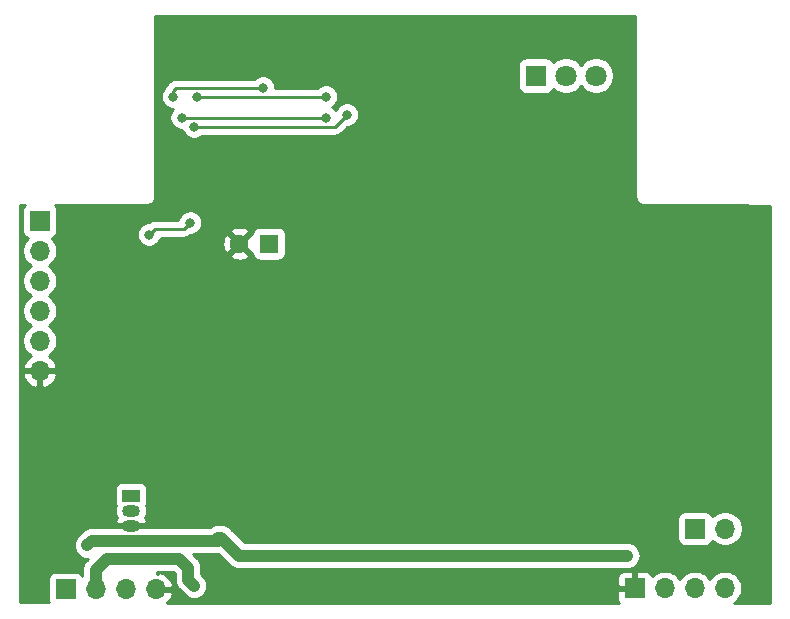
<source format=gbr>
%TF.GenerationSoftware,KiCad,Pcbnew,5.1.9+dfsg1-1*%
%TF.CreationDate,2021-05-25T15:38:03+02:00*%
%TF.ProjectId,vscp-din-wireless-esp8266,76736370-2d64-4696-9e2d-776972656c65,rev?*%
%TF.SameCoordinates,Original*%
%TF.FileFunction,Copper,L2,Bot*%
%TF.FilePolarity,Positive*%
%FSLAX46Y46*%
G04 Gerber Fmt 4.6, Leading zero omitted, Abs format (unit mm)*
G04 Created by KiCad (PCBNEW 5.1.9+dfsg1-1) date 2021-05-25 15:38:03*
%MOMM*%
%LPD*%
G01*
G04 APERTURE LIST*
%TA.AperFunction,ComponentPad*%
%ADD10R,1.500000X1.050000*%
%TD*%
%TA.AperFunction,ComponentPad*%
%ADD11O,1.500000X1.050000*%
%TD*%
%TA.AperFunction,ComponentPad*%
%ADD12O,1.700000X1.700000*%
%TD*%
%TA.AperFunction,ComponentPad*%
%ADD13R,1.700000X1.700000*%
%TD*%
%TA.AperFunction,ComponentPad*%
%ADD14C,1.800000*%
%TD*%
%TA.AperFunction,ComponentPad*%
%ADD15R,1.800000X1.800000*%
%TD*%
%TA.AperFunction,ComponentPad*%
%ADD16C,1.600000*%
%TD*%
%TA.AperFunction,ComponentPad*%
%ADD17R,1.600000X1.600000*%
%TD*%
%TA.AperFunction,ViaPad*%
%ADD18C,0.800000*%
%TD*%
%TA.AperFunction,Conductor*%
%ADD19C,1.000000*%
%TD*%
%TA.AperFunction,Conductor*%
%ADD20C,0.250000*%
%TD*%
%TA.AperFunction,Conductor*%
%ADD21C,0.254000*%
%TD*%
%TA.AperFunction,Conductor*%
%ADD22C,0.100000*%
%TD*%
G04 APERTURE END LIST*
D10*
%TO.P,Q1,1*%
%TO.N,/RXD*%
X125730000Y-89662000D03*
D11*
%TO.P,Q1,3*%
%TO.N,GND*%
X125730000Y-92202000D03*
%TO.P,Q1,2*%
%TO.N,Net-(J1-Pad3)*%
X125730000Y-90932000D03*
%TD*%
D12*
%TO.P,J4,2*%
%TO.N,VCC*%
X176022000Y-92456000D03*
D13*
%TO.P,J4,1*%
%TO.N,VDD*%
X173482000Y-92456000D03*
%TD*%
D14*
%TO.P,D1,3*%
%TO.N,/ledb*%
X165100000Y-54102000D03*
%TO.P,D1,2*%
%TO.N,Net-(D1-Pad2)*%
X162560000Y-54102000D03*
D15*
%TO.P,D1,1*%
%TO.N,/leda*%
X160020000Y-54102000D03*
%TD*%
D16*
%TO.P,C2,2*%
%TO.N,GND*%
X134914000Y-68326000D03*
D17*
%TO.P,C2,1*%
%TO.N,VCC*%
X137414000Y-68326000D03*
%TD*%
D13*
%TO.P,J1,1*%
%TO.N,VDD*%
X120200000Y-97600000D03*
D12*
%TO.P,J1,2*%
%TO.N,Net-(J1-Pad2)*%
X122740000Y-97600000D03*
%TO.P,J1,3*%
%TO.N,Net-(J1-Pad3)*%
X125280000Y-97600000D03*
%TO.P,J1,4*%
%TO.N,GND*%
X127820000Y-97600000D03*
%TD*%
D13*
%TO.P,J2,1*%
%TO.N,GND*%
X168380000Y-97500000D03*
D12*
%TO.P,J2,2*%
%TO.N,VCC*%
X170920000Y-97500000D03*
%TO.P,J2,3*%
%TO.N,Net-(J2-Pad3)*%
X173460000Y-97500000D03*
%TO.P,J2,4*%
%TO.N,Net-(J2-Pad4)*%
X176000000Y-97500000D03*
%TD*%
D13*
%TO.P,J3,1*%
%TO.N,/FLASH*%
X118010600Y-66395000D03*
D12*
%TO.P,J3,2*%
%TO.N,/TXD*%
X118010600Y-68935000D03*
%TO.P,J3,3*%
%TO.N,/RXD*%
X118010600Y-71475000D03*
%TO.P,J3,4*%
%TO.N,/RESET*%
X118010600Y-74015000D03*
%TO.P,J3,5*%
%TO.N,VCC*%
X118010600Y-76555000D03*
%TO.P,J3,6*%
%TO.N,GND*%
X118010600Y-79095000D03*
%TD*%
D18*
%TO.N,GND*%
X137414000Y-51816000D03*
X144526000Y-59436000D03*
X125222000Y-71374000D03*
X149352000Y-54864000D03*
X167640000Y-57658000D03*
X149606000Y-50292000D03*
X136652000Y-59690000D03*
X125222000Y-67564000D03*
X127254000Y-66040000D03*
X177038000Y-66548000D03*
X178816000Y-94742000D03*
X117856000Y-94996000D03*
%TO.N,VDD*%
X167728500Y-94742000D03*
X133096000Y-93218000D03*
X122023500Y-93876500D03*
%TO.N,Net-(J1-Pad2)*%
X131064000Y-97282000D03*
%TO.N,/TXD*%
X131318000Y-55880000D03*
X142240000Y-55880000D03*
%TO.N,/RXD*%
X142240000Y-57658000D03*
X130011000Y-57658000D03*
%TO.N,Net-(R4-Pad2)*%
X136906000Y-55118000D03*
X129286000Y-55880000D03*
%TO.N,Net-(R5-Pad2)*%
X127254000Y-67564000D03*
X130736000Y-66548000D03*
X131064000Y-58420000D03*
X144018000Y-57404000D03*
%TD*%
D19*
%TO.N,VDD*%
X167728500Y-94742000D02*
X134874000Y-94742000D01*
X133350000Y-93218000D02*
X133096000Y-93218000D01*
X134874000Y-94742000D02*
X133350000Y-93218000D01*
X122023500Y-93876500D02*
X122428000Y-93472000D01*
X133096000Y-93472000D02*
X133350000Y-93218000D01*
X122428000Y-93472000D02*
X133096000Y-93472000D01*
%TO.N,Net-(J1-Pad2)*%
X131064000Y-97282000D02*
X130556000Y-96774000D01*
X130556000Y-96774000D02*
X130556000Y-95758000D01*
X130556000Y-95758000D02*
X129794000Y-94996000D01*
X129794000Y-94996000D02*
X123698000Y-94996000D01*
X122740000Y-95954000D02*
X122740000Y-97600000D01*
X123698000Y-94996000D02*
X122740000Y-95954000D01*
D20*
%TO.N,/TXD*%
X131318000Y-55880000D02*
X142240000Y-55880000D01*
%TO.N,/RXD*%
X142240000Y-57658000D02*
X130048000Y-57658000D01*
X130048000Y-57658000D02*
X130011000Y-57658000D01*
%TO.N,Net-(R4-Pad2)*%
X136906000Y-55118000D02*
X129540000Y-55118000D01*
X129286000Y-55372000D02*
X129286000Y-55880000D01*
X129540000Y-55118000D02*
X129286000Y-55372000D01*
%TO.N,Net-(R5-Pad2)*%
X127254000Y-67564000D02*
X127762000Y-67056000D01*
X130228000Y-67056000D02*
X130736000Y-66548000D01*
X127762000Y-67056000D02*
X130228000Y-67056000D01*
X143002000Y-58420000D02*
X144018000Y-57404000D01*
X131064000Y-58420000D02*
X143002000Y-58420000D01*
%TD*%
D21*
%TO.N,GND*%
X168440000Y-64367581D02*
X168436807Y-64400000D01*
X168449550Y-64529383D01*
X168487290Y-64653793D01*
X168548575Y-64768450D01*
X168631052Y-64868948D01*
X168731550Y-64951425D01*
X168846207Y-65012710D01*
X168970617Y-65050450D01*
X169100000Y-65063193D01*
X169132419Y-65060000D01*
X176243572Y-65060000D01*
X179840001Y-65139921D01*
X179840000Y-98740000D01*
X176817138Y-98740000D01*
X176946632Y-98653475D01*
X177153475Y-98446632D01*
X177315990Y-98203411D01*
X177427932Y-97933158D01*
X177485000Y-97646260D01*
X177485000Y-97353740D01*
X177427932Y-97066842D01*
X177315990Y-96796589D01*
X177153475Y-96553368D01*
X176946632Y-96346525D01*
X176703411Y-96184010D01*
X176433158Y-96072068D01*
X176146260Y-96015000D01*
X175853740Y-96015000D01*
X175566842Y-96072068D01*
X175296589Y-96184010D01*
X175053368Y-96346525D01*
X174846525Y-96553368D01*
X174730000Y-96727760D01*
X174613475Y-96553368D01*
X174406632Y-96346525D01*
X174163411Y-96184010D01*
X173893158Y-96072068D01*
X173606260Y-96015000D01*
X173313740Y-96015000D01*
X173026842Y-96072068D01*
X172756589Y-96184010D01*
X172513368Y-96346525D01*
X172306525Y-96553368D01*
X172190000Y-96727760D01*
X172073475Y-96553368D01*
X171866632Y-96346525D01*
X171623411Y-96184010D01*
X171353158Y-96072068D01*
X171066260Y-96015000D01*
X170773740Y-96015000D01*
X170486842Y-96072068D01*
X170216589Y-96184010D01*
X169973368Y-96346525D01*
X169841513Y-96478380D01*
X169819502Y-96405820D01*
X169760537Y-96295506D01*
X169681185Y-96198815D01*
X169584494Y-96119463D01*
X169474180Y-96060498D01*
X169354482Y-96024188D01*
X169230000Y-96011928D01*
X168665750Y-96015000D01*
X168507000Y-96173750D01*
X168507000Y-97373000D01*
X168527000Y-97373000D01*
X168527000Y-97627000D01*
X168507000Y-97627000D01*
X168507000Y-97647000D01*
X168253000Y-97647000D01*
X168253000Y-97627000D01*
X167053750Y-97627000D01*
X166895000Y-97785750D01*
X166891928Y-98350000D01*
X166904188Y-98474482D01*
X166940498Y-98594180D01*
X166999463Y-98704494D01*
X167028602Y-98740000D01*
X128763408Y-98740000D01*
X128820269Y-98697588D01*
X129015178Y-98481355D01*
X129164157Y-98231252D01*
X129261481Y-97956891D01*
X129140814Y-97727000D01*
X127947000Y-97727000D01*
X127947000Y-97747000D01*
X127693000Y-97747000D01*
X127693000Y-97727000D01*
X127673000Y-97727000D01*
X127673000Y-97473000D01*
X127693000Y-97473000D01*
X127693000Y-97453000D01*
X127947000Y-97453000D01*
X127947000Y-97473000D01*
X129140814Y-97473000D01*
X129261481Y-97243109D01*
X129164157Y-96968748D01*
X129015178Y-96718645D01*
X128820269Y-96502412D01*
X128586920Y-96328359D01*
X128324099Y-96203175D01*
X128176890Y-96158524D01*
X127947002Y-96279844D01*
X127947002Y-96131000D01*
X129323869Y-96131000D01*
X129421000Y-96228132D01*
X129421000Y-96718249D01*
X129415509Y-96774000D01*
X129421000Y-96829751D01*
X129437423Y-96996498D01*
X129502324Y-97210446D01*
X129607716Y-97407623D01*
X129749551Y-97580449D01*
X129792865Y-97615996D01*
X130300857Y-98123988D01*
X130430377Y-98230283D01*
X130627552Y-98335675D01*
X130841500Y-98400576D01*
X131063999Y-98422490D01*
X131286498Y-98400576D01*
X131500446Y-98335675D01*
X131697622Y-98230283D01*
X131870448Y-98088448D01*
X132012283Y-97915622D01*
X132117675Y-97718446D01*
X132182576Y-97504498D01*
X132204490Y-97281999D01*
X132182576Y-97059500D01*
X132117675Y-96845552D01*
X132013151Y-96650000D01*
X166891928Y-96650000D01*
X166895000Y-97214250D01*
X167053750Y-97373000D01*
X168253000Y-97373000D01*
X168253000Y-96173750D01*
X168094250Y-96015000D01*
X167530000Y-96011928D01*
X167405518Y-96024188D01*
X167285820Y-96060498D01*
X167175506Y-96119463D01*
X167078815Y-96198815D01*
X166999463Y-96295506D01*
X166940498Y-96405820D01*
X166904188Y-96525518D01*
X166891928Y-96650000D01*
X132013151Y-96650000D01*
X132012283Y-96648377D01*
X131905988Y-96518857D01*
X131691000Y-96303869D01*
X131691000Y-95813752D01*
X131696491Y-95758000D01*
X131674577Y-95535501D01*
X131609676Y-95321553D01*
X131504284Y-95124377D01*
X131397989Y-94994857D01*
X131362449Y-94951551D01*
X131319140Y-94916008D01*
X131010132Y-94607000D01*
X133040249Y-94607000D01*
X133096000Y-94612491D01*
X133135472Y-94608603D01*
X134032009Y-95505140D01*
X134067551Y-95548449D01*
X134240377Y-95690284D01*
X134437553Y-95795676D01*
X134651501Y-95860577D01*
X134818248Y-95877000D01*
X134818257Y-95877000D01*
X134873999Y-95882490D01*
X134929741Y-95877000D01*
X167784252Y-95877000D01*
X167950999Y-95860577D01*
X168164947Y-95795676D01*
X168362123Y-95690284D01*
X168534949Y-95548449D01*
X168676784Y-95375623D01*
X168782176Y-95178447D01*
X168847077Y-94964499D01*
X168868991Y-94742000D01*
X168847077Y-94519501D01*
X168782176Y-94305553D01*
X168676784Y-94108377D01*
X168534949Y-93935551D01*
X168362123Y-93793716D01*
X168164947Y-93688324D01*
X167950999Y-93623423D01*
X167784252Y-93607000D01*
X135344132Y-93607000D01*
X134191996Y-92454865D01*
X134156449Y-92411551D01*
X133983623Y-92269716D01*
X133786447Y-92164324D01*
X133572499Y-92099423D01*
X133405752Y-92083000D01*
X133405751Y-92083000D01*
X133350000Y-92077509D01*
X133294249Y-92083000D01*
X133040248Y-92083000D01*
X132873501Y-92099423D01*
X132659553Y-92164324D01*
X132462377Y-92269716D01*
X132380391Y-92337000D01*
X126953791Y-92337000D01*
X126948163Y-92329000D01*
X125857000Y-92329000D01*
X125857000Y-92337000D01*
X125603000Y-92337000D01*
X125603000Y-92329000D01*
X124511837Y-92329000D01*
X124506209Y-92337000D01*
X122483741Y-92337000D01*
X122427999Y-92331510D01*
X122372257Y-92337000D01*
X122372248Y-92337000D01*
X122205501Y-92353423D01*
X121991553Y-92418324D01*
X121794377Y-92523716D01*
X121621551Y-92665551D01*
X121586004Y-92708865D01*
X121181512Y-93113357D01*
X121075217Y-93242878D01*
X120969824Y-93440054D01*
X120904923Y-93654002D01*
X120883009Y-93876500D01*
X120904923Y-94098998D01*
X120969824Y-94312946D01*
X121075217Y-94510122D01*
X121217052Y-94682948D01*
X121389878Y-94824783D01*
X121587054Y-94930176D01*
X121801002Y-94995077D01*
X122023500Y-95016991D01*
X122077163Y-95011706D01*
X121976864Y-95112005D01*
X121933551Y-95147551D01*
X121791716Y-95320377D01*
X121686325Y-95517553D01*
X121686324Y-95517554D01*
X121621423Y-95731502D01*
X121599509Y-95954000D01*
X121605000Y-96009751D01*
X121605000Y-96441272D01*
X121580537Y-96395506D01*
X121501185Y-96298815D01*
X121404494Y-96219463D01*
X121294180Y-96160498D01*
X121174482Y-96124188D01*
X121050000Y-96111928D01*
X119350000Y-96111928D01*
X119225518Y-96124188D01*
X119105820Y-96160498D01*
X118995506Y-96219463D01*
X118898815Y-96298815D01*
X118819463Y-96395506D01*
X118760498Y-96505820D01*
X118724188Y-96625518D01*
X118711928Y-96750000D01*
X118711928Y-98450000D01*
X118724188Y-98574482D01*
X118760498Y-98694180D01*
X118763776Y-98700312D01*
X116360000Y-98681234D01*
X116360000Y-90932000D01*
X124339388Y-90932000D01*
X124361785Y-91159400D01*
X124428115Y-91378060D01*
X124528929Y-91566669D01*
X124487725Y-91625118D01*
X124394728Y-91834663D01*
X124386036Y-91896190D01*
X124511837Y-92075000D01*
X125276891Y-92075000D01*
X125277600Y-92075215D01*
X125448021Y-92092000D01*
X126011979Y-92092000D01*
X126182400Y-92075215D01*
X126183109Y-92075000D01*
X126948163Y-92075000D01*
X127073964Y-91896190D01*
X127065272Y-91834663D01*
X126972275Y-91625118D01*
X126958798Y-91606000D01*
X171993928Y-91606000D01*
X171993928Y-93306000D01*
X172006188Y-93430482D01*
X172042498Y-93550180D01*
X172101463Y-93660494D01*
X172180815Y-93757185D01*
X172277506Y-93836537D01*
X172387820Y-93895502D01*
X172507518Y-93931812D01*
X172632000Y-93944072D01*
X174332000Y-93944072D01*
X174456482Y-93931812D01*
X174576180Y-93895502D01*
X174686494Y-93836537D01*
X174783185Y-93757185D01*
X174862537Y-93660494D01*
X174921502Y-93550180D01*
X174943513Y-93477620D01*
X175075368Y-93609475D01*
X175318589Y-93771990D01*
X175588842Y-93883932D01*
X175875740Y-93941000D01*
X176168260Y-93941000D01*
X176455158Y-93883932D01*
X176725411Y-93771990D01*
X176968632Y-93609475D01*
X177175475Y-93402632D01*
X177337990Y-93159411D01*
X177449932Y-92889158D01*
X177507000Y-92602260D01*
X177507000Y-92309740D01*
X177449932Y-92022842D01*
X177337990Y-91752589D01*
X177175475Y-91509368D01*
X176968632Y-91302525D01*
X176725411Y-91140010D01*
X176455158Y-91028068D01*
X176168260Y-90971000D01*
X175875740Y-90971000D01*
X175588842Y-91028068D01*
X175318589Y-91140010D01*
X175075368Y-91302525D01*
X174943513Y-91434380D01*
X174921502Y-91361820D01*
X174862537Y-91251506D01*
X174783185Y-91154815D01*
X174686494Y-91075463D01*
X174576180Y-91016498D01*
X174456482Y-90980188D01*
X174332000Y-90967928D01*
X172632000Y-90967928D01*
X172507518Y-90980188D01*
X172387820Y-91016498D01*
X172277506Y-91075463D01*
X172180815Y-91154815D01*
X172101463Y-91251506D01*
X172042498Y-91361820D01*
X172006188Y-91481518D01*
X171993928Y-91606000D01*
X126958798Y-91606000D01*
X126931071Y-91566669D01*
X127031885Y-91378060D01*
X127098215Y-91159400D01*
X127120612Y-90932000D01*
X127098215Y-90704600D01*
X127034907Y-90495902D01*
X127069502Y-90431180D01*
X127105812Y-90311482D01*
X127118072Y-90187000D01*
X127118072Y-89137000D01*
X127105812Y-89012518D01*
X127069502Y-88892820D01*
X127010537Y-88782506D01*
X126931185Y-88685815D01*
X126834494Y-88606463D01*
X126724180Y-88547498D01*
X126604482Y-88511188D01*
X126480000Y-88498928D01*
X124980000Y-88498928D01*
X124855518Y-88511188D01*
X124735820Y-88547498D01*
X124625506Y-88606463D01*
X124528815Y-88685815D01*
X124449463Y-88782506D01*
X124390498Y-88892820D01*
X124354188Y-89012518D01*
X124341928Y-89137000D01*
X124341928Y-90187000D01*
X124354188Y-90311482D01*
X124390498Y-90431180D01*
X124425093Y-90495902D01*
X124361785Y-90704600D01*
X124339388Y-90932000D01*
X116360000Y-90932000D01*
X116360000Y-79451890D01*
X116569124Y-79451890D01*
X116613775Y-79599099D01*
X116738959Y-79861920D01*
X116913012Y-80095269D01*
X117129245Y-80290178D01*
X117379348Y-80439157D01*
X117653709Y-80536481D01*
X117883600Y-80415814D01*
X117883600Y-79222000D01*
X118137600Y-79222000D01*
X118137600Y-80415814D01*
X118367491Y-80536481D01*
X118641852Y-80439157D01*
X118891955Y-80290178D01*
X119108188Y-80095269D01*
X119282241Y-79861920D01*
X119407425Y-79599099D01*
X119452076Y-79451890D01*
X119330755Y-79222000D01*
X118137600Y-79222000D01*
X117883600Y-79222000D01*
X116690445Y-79222000D01*
X116569124Y-79451890D01*
X116360000Y-79451890D01*
X116360000Y-65060000D01*
X116750619Y-65060000D01*
X116709415Y-65093815D01*
X116630063Y-65190506D01*
X116571098Y-65300820D01*
X116534788Y-65420518D01*
X116522528Y-65545000D01*
X116522528Y-67245000D01*
X116534788Y-67369482D01*
X116571098Y-67489180D01*
X116630063Y-67599494D01*
X116709415Y-67696185D01*
X116806106Y-67775537D01*
X116916420Y-67834502D01*
X116988980Y-67856513D01*
X116857125Y-67988368D01*
X116694610Y-68231589D01*
X116582668Y-68501842D01*
X116525600Y-68788740D01*
X116525600Y-69081260D01*
X116582668Y-69368158D01*
X116694610Y-69638411D01*
X116857125Y-69881632D01*
X117063968Y-70088475D01*
X117238360Y-70205000D01*
X117063968Y-70321525D01*
X116857125Y-70528368D01*
X116694610Y-70771589D01*
X116582668Y-71041842D01*
X116525600Y-71328740D01*
X116525600Y-71621260D01*
X116582668Y-71908158D01*
X116694610Y-72178411D01*
X116857125Y-72421632D01*
X117063968Y-72628475D01*
X117238360Y-72745000D01*
X117063968Y-72861525D01*
X116857125Y-73068368D01*
X116694610Y-73311589D01*
X116582668Y-73581842D01*
X116525600Y-73868740D01*
X116525600Y-74161260D01*
X116582668Y-74448158D01*
X116694610Y-74718411D01*
X116857125Y-74961632D01*
X117063968Y-75168475D01*
X117238360Y-75285000D01*
X117063968Y-75401525D01*
X116857125Y-75608368D01*
X116694610Y-75851589D01*
X116582668Y-76121842D01*
X116525600Y-76408740D01*
X116525600Y-76701260D01*
X116582668Y-76988158D01*
X116694610Y-77258411D01*
X116857125Y-77501632D01*
X117063968Y-77708475D01*
X117246134Y-77830195D01*
X117129245Y-77899822D01*
X116913012Y-78094731D01*
X116738959Y-78328080D01*
X116613775Y-78590901D01*
X116569124Y-78738110D01*
X116690445Y-78968000D01*
X117883600Y-78968000D01*
X117883600Y-78948000D01*
X118137600Y-78948000D01*
X118137600Y-78968000D01*
X119330755Y-78968000D01*
X119452076Y-78738110D01*
X119407425Y-78590901D01*
X119282241Y-78328080D01*
X119108188Y-78094731D01*
X118891955Y-77899822D01*
X118775066Y-77830195D01*
X118957232Y-77708475D01*
X119164075Y-77501632D01*
X119326590Y-77258411D01*
X119438532Y-76988158D01*
X119495600Y-76701260D01*
X119495600Y-76408740D01*
X119438532Y-76121842D01*
X119326590Y-75851589D01*
X119164075Y-75608368D01*
X118957232Y-75401525D01*
X118782840Y-75285000D01*
X118957232Y-75168475D01*
X119164075Y-74961632D01*
X119326590Y-74718411D01*
X119438532Y-74448158D01*
X119495600Y-74161260D01*
X119495600Y-73868740D01*
X119438532Y-73581842D01*
X119326590Y-73311589D01*
X119164075Y-73068368D01*
X118957232Y-72861525D01*
X118782840Y-72745000D01*
X118957232Y-72628475D01*
X119164075Y-72421632D01*
X119326590Y-72178411D01*
X119438532Y-71908158D01*
X119495600Y-71621260D01*
X119495600Y-71328740D01*
X119438532Y-71041842D01*
X119326590Y-70771589D01*
X119164075Y-70528368D01*
X118957232Y-70321525D01*
X118782840Y-70205000D01*
X118957232Y-70088475D01*
X119164075Y-69881632D01*
X119326590Y-69638411D01*
X119438532Y-69368158D01*
X119448369Y-69318702D01*
X134100903Y-69318702D01*
X134172486Y-69562671D01*
X134427996Y-69683571D01*
X134702184Y-69752300D01*
X134984512Y-69766217D01*
X135264130Y-69724787D01*
X135530292Y-69629603D01*
X135655514Y-69562671D01*
X135727097Y-69318702D01*
X134914000Y-68505605D01*
X134100903Y-69318702D01*
X119448369Y-69318702D01*
X119495600Y-69081260D01*
X119495600Y-68788740D01*
X119438532Y-68501842D01*
X119326590Y-68231589D01*
X119164075Y-67988368D01*
X119032220Y-67856513D01*
X119104780Y-67834502D01*
X119215094Y-67775537D01*
X119311785Y-67696185D01*
X119391137Y-67599494D01*
X119450102Y-67489180D01*
X119458328Y-67462061D01*
X126219000Y-67462061D01*
X126219000Y-67665939D01*
X126258774Y-67865898D01*
X126336795Y-68054256D01*
X126450063Y-68223774D01*
X126594226Y-68367937D01*
X126763744Y-68481205D01*
X126952102Y-68559226D01*
X127152061Y-68599000D01*
X127355939Y-68599000D01*
X127555898Y-68559226D01*
X127744256Y-68481205D01*
X127871008Y-68396512D01*
X133473783Y-68396512D01*
X133515213Y-68676130D01*
X133610397Y-68942292D01*
X133677329Y-69067514D01*
X133921298Y-69139097D01*
X134734395Y-68326000D01*
X135093605Y-68326000D01*
X135906702Y-69139097D01*
X135975928Y-69118785D01*
X135975928Y-69126000D01*
X135988188Y-69250482D01*
X136024498Y-69370180D01*
X136083463Y-69480494D01*
X136162815Y-69577185D01*
X136259506Y-69656537D01*
X136369820Y-69715502D01*
X136489518Y-69751812D01*
X136614000Y-69764072D01*
X138214000Y-69764072D01*
X138338482Y-69751812D01*
X138458180Y-69715502D01*
X138568494Y-69656537D01*
X138665185Y-69577185D01*
X138744537Y-69480494D01*
X138803502Y-69370180D01*
X138839812Y-69250482D01*
X138852072Y-69126000D01*
X138852072Y-67526000D01*
X138839812Y-67401518D01*
X138803502Y-67281820D01*
X138744537Y-67171506D01*
X138665185Y-67074815D01*
X138568494Y-66995463D01*
X138458180Y-66936498D01*
X138338482Y-66900188D01*
X138214000Y-66887928D01*
X136614000Y-66887928D01*
X136489518Y-66900188D01*
X136369820Y-66936498D01*
X136259506Y-66995463D01*
X136162815Y-67074815D01*
X136083463Y-67171506D01*
X136024498Y-67281820D01*
X135988188Y-67401518D01*
X135975928Y-67526000D01*
X135975928Y-67533215D01*
X135906702Y-67512903D01*
X135093605Y-68326000D01*
X134734395Y-68326000D01*
X133921298Y-67512903D01*
X133677329Y-67584486D01*
X133556429Y-67839996D01*
X133487700Y-68114184D01*
X133473783Y-68396512D01*
X127871008Y-68396512D01*
X127913774Y-68367937D01*
X128057937Y-68223774D01*
X128171205Y-68054256D01*
X128249226Y-67865898D01*
X128259151Y-67816000D01*
X130190678Y-67816000D01*
X130228000Y-67819676D01*
X130265322Y-67816000D01*
X130265333Y-67816000D01*
X130376986Y-67805003D01*
X130520247Y-67761546D01*
X130652276Y-67690974D01*
X130768001Y-67596001D01*
X130778671Y-67583000D01*
X130837939Y-67583000D01*
X131037898Y-67543226D01*
X131226256Y-67465205D01*
X131395774Y-67351937D01*
X131414413Y-67333298D01*
X134100903Y-67333298D01*
X134914000Y-68146395D01*
X135727097Y-67333298D01*
X135655514Y-67089329D01*
X135400004Y-66968429D01*
X135125816Y-66899700D01*
X134843488Y-66885783D01*
X134563870Y-66927213D01*
X134297708Y-67022397D01*
X134172486Y-67089329D01*
X134100903Y-67333298D01*
X131414413Y-67333298D01*
X131539937Y-67207774D01*
X131653205Y-67038256D01*
X131731226Y-66849898D01*
X131771000Y-66649939D01*
X131771000Y-66446061D01*
X131731226Y-66246102D01*
X131653205Y-66057744D01*
X131539937Y-65888226D01*
X131395774Y-65744063D01*
X131226256Y-65630795D01*
X131037898Y-65552774D01*
X130837939Y-65513000D01*
X130634061Y-65513000D01*
X130434102Y-65552774D01*
X130245744Y-65630795D01*
X130076226Y-65744063D01*
X129932063Y-65888226D01*
X129818795Y-66057744D01*
X129740774Y-66246102D01*
X129730849Y-66296000D01*
X127799322Y-66296000D01*
X127761999Y-66292324D01*
X127724676Y-66296000D01*
X127724667Y-66296000D01*
X127613014Y-66306997D01*
X127469753Y-66350454D01*
X127337724Y-66421026D01*
X127221999Y-66515999D01*
X127211329Y-66529000D01*
X127152061Y-66529000D01*
X126952102Y-66568774D01*
X126763744Y-66646795D01*
X126594226Y-66760063D01*
X126450063Y-66904226D01*
X126336795Y-67073744D01*
X126258774Y-67262102D01*
X126219000Y-67462061D01*
X119458328Y-67462061D01*
X119486412Y-67369482D01*
X119498672Y-67245000D01*
X119498672Y-65545000D01*
X119486412Y-65420518D01*
X119450102Y-65300820D01*
X119391137Y-65190506D01*
X119311785Y-65093815D01*
X119270581Y-65060000D01*
X127067581Y-65060000D01*
X127100000Y-65063193D01*
X127132419Y-65060000D01*
X127229383Y-65050450D01*
X127353793Y-65012710D01*
X127468450Y-64951425D01*
X127540650Y-64892171D01*
X127556601Y-64887333D01*
X127578557Y-64875597D01*
X127597803Y-64859803D01*
X127613597Y-64840557D01*
X127625333Y-64818601D01*
X127632560Y-64794776D01*
X127632934Y-64790982D01*
X127651425Y-64768450D01*
X127712710Y-64653793D01*
X127750450Y-64529383D01*
X127763193Y-64400000D01*
X127760000Y-64367581D01*
X127760000Y-55778061D01*
X128251000Y-55778061D01*
X128251000Y-55981939D01*
X128290774Y-56181898D01*
X128368795Y-56370256D01*
X128482063Y-56539774D01*
X128626226Y-56683937D01*
X128795744Y-56797205D01*
X128984102Y-56875226D01*
X129184061Y-56915000D01*
X129290289Y-56915000D01*
X129207063Y-56998226D01*
X129093795Y-57167744D01*
X129015774Y-57356102D01*
X128976000Y-57556061D01*
X128976000Y-57759939D01*
X129015774Y-57959898D01*
X129093795Y-58148256D01*
X129207063Y-58317774D01*
X129351226Y-58461937D01*
X129520744Y-58575205D01*
X129709102Y-58653226D01*
X129909061Y-58693000D01*
X130063026Y-58693000D01*
X130068774Y-58721898D01*
X130146795Y-58910256D01*
X130260063Y-59079774D01*
X130404226Y-59223937D01*
X130573744Y-59337205D01*
X130762102Y-59415226D01*
X130962061Y-59455000D01*
X131165939Y-59455000D01*
X131365898Y-59415226D01*
X131554256Y-59337205D01*
X131723774Y-59223937D01*
X131767711Y-59180000D01*
X142964678Y-59180000D01*
X143002000Y-59183676D01*
X143039322Y-59180000D01*
X143039333Y-59180000D01*
X143150986Y-59169003D01*
X143294247Y-59125546D01*
X143426276Y-59054974D01*
X143542001Y-58960001D01*
X143565804Y-58930998D01*
X144057802Y-58439000D01*
X144119939Y-58439000D01*
X144319898Y-58399226D01*
X144508256Y-58321205D01*
X144677774Y-58207937D01*
X144821937Y-58063774D01*
X144935205Y-57894256D01*
X145013226Y-57705898D01*
X145053000Y-57505939D01*
X145053000Y-57302061D01*
X145013226Y-57102102D01*
X144935205Y-56913744D01*
X144821937Y-56744226D01*
X144677774Y-56600063D01*
X144508256Y-56486795D01*
X144319898Y-56408774D01*
X144119939Y-56369000D01*
X143916061Y-56369000D01*
X143716102Y-56408774D01*
X143527744Y-56486795D01*
X143358226Y-56600063D01*
X143214063Y-56744226D01*
X143100795Y-56913744D01*
X143057434Y-57018426D01*
X143043937Y-56998226D01*
X142899774Y-56854063D01*
X142772468Y-56769000D01*
X142899774Y-56683937D01*
X143043937Y-56539774D01*
X143157205Y-56370256D01*
X143235226Y-56181898D01*
X143275000Y-55981939D01*
X143275000Y-55778061D01*
X143235226Y-55578102D01*
X143157205Y-55389744D01*
X143043937Y-55220226D01*
X142899774Y-55076063D01*
X142730256Y-54962795D01*
X142541898Y-54884774D01*
X142341939Y-54845000D01*
X142138061Y-54845000D01*
X141938102Y-54884774D01*
X141749744Y-54962795D01*
X141580226Y-55076063D01*
X141536289Y-55120000D01*
X137941000Y-55120000D01*
X137941000Y-55016061D01*
X137901226Y-54816102D01*
X137823205Y-54627744D01*
X137709937Y-54458226D01*
X137565774Y-54314063D01*
X137396256Y-54200795D01*
X137207898Y-54122774D01*
X137007939Y-54083000D01*
X136804061Y-54083000D01*
X136604102Y-54122774D01*
X136415744Y-54200795D01*
X136246226Y-54314063D01*
X136202289Y-54358000D01*
X129577322Y-54358000D01*
X129539999Y-54354324D01*
X129502676Y-54358000D01*
X129502667Y-54358000D01*
X129391014Y-54368997D01*
X129247753Y-54412454D01*
X129115724Y-54483026D01*
X128999999Y-54577999D01*
X128976196Y-54607003D01*
X128775003Y-54808196D01*
X128745999Y-54831999D01*
X128702688Y-54884774D01*
X128651026Y-54947724D01*
X128639646Y-54969015D01*
X128580454Y-55079754D01*
X128562131Y-55140158D01*
X128482063Y-55220226D01*
X128368795Y-55389744D01*
X128290774Y-55578102D01*
X128251000Y-55778061D01*
X127760000Y-55778061D01*
X127760000Y-53202000D01*
X158481928Y-53202000D01*
X158481928Y-55002000D01*
X158494188Y-55126482D01*
X158530498Y-55246180D01*
X158589463Y-55356494D01*
X158668815Y-55453185D01*
X158765506Y-55532537D01*
X158875820Y-55591502D01*
X158995518Y-55627812D01*
X159120000Y-55640072D01*
X160920000Y-55640072D01*
X161044482Y-55627812D01*
X161164180Y-55591502D01*
X161274494Y-55532537D01*
X161371185Y-55453185D01*
X161450537Y-55356494D01*
X161509502Y-55246180D01*
X161515056Y-55227873D01*
X161581495Y-55294312D01*
X161832905Y-55462299D01*
X162112257Y-55578011D01*
X162408816Y-55637000D01*
X162711184Y-55637000D01*
X163007743Y-55578011D01*
X163287095Y-55462299D01*
X163538505Y-55294312D01*
X163752312Y-55080505D01*
X163830000Y-54964237D01*
X163907688Y-55080505D01*
X164121495Y-55294312D01*
X164372905Y-55462299D01*
X164652257Y-55578011D01*
X164948816Y-55637000D01*
X165251184Y-55637000D01*
X165547743Y-55578011D01*
X165827095Y-55462299D01*
X166078505Y-55294312D01*
X166292312Y-55080505D01*
X166460299Y-54829095D01*
X166576011Y-54549743D01*
X166635000Y-54253184D01*
X166635000Y-53950816D01*
X166576011Y-53654257D01*
X166460299Y-53374905D01*
X166292312Y-53123495D01*
X166078505Y-52909688D01*
X165827095Y-52741701D01*
X165547743Y-52625989D01*
X165251184Y-52567000D01*
X164948816Y-52567000D01*
X164652257Y-52625989D01*
X164372905Y-52741701D01*
X164121495Y-52909688D01*
X163907688Y-53123495D01*
X163830000Y-53239763D01*
X163752312Y-53123495D01*
X163538505Y-52909688D01*
X163287095Y-52741701D01*
X163007743Y-52625989D01*
X162711184Y-52567000D01*
X162408816Y-52567000D01*
X162112257Y-52625989D01*
X161832905Y-52741701D01*
X161581495Y-52909688D01*
X161515056Y-52976127D01*
X161509502Y-52957820D01*
X161450537Y-52847506D01*
X161371185Y-52750815D01*
X161274494Y-52671463D01*
X161164180Y-52612498D01*
X161044482Y-52576188D01*
X160920000Y-52563928D01*
X159120000Y-52563928D01*
X158995518Y-52576188D01*
X158875820Y-52612498D01*
X158765506Y-52671463D01*
X158668815Y-52750815D01*
X158589463Y-52847506D01*
X158530498Y-52957820D01*
X158494188Y-53077518D01*
X158481928Y-53202000D01*
X127760000Y-53202000D01*
X127760000Y-49060000D01*
X168440001Y-49060000D01*
X168440000Y-64367581D01*
%TA.AperFunction,Conductor*%
D22*
G36*
X168440000Y-64367581D02*
G01*
X168436807Y-64400000D01*
X168449550Y-64529383D01*
X168487290Y-64653793D01*
X168548575Y-64768450D01*
X168631052Y-64868948D01*
X168731550Y-64951425D01*
X168846207Y-65012710D01*
X168970617Y-65050450D01*
X169100000Y-65063193D01*
X169132419Y-65060000D01*
X176243572Y-65060000D01*
X179840001Y-65139921D01*
X179840000Y-98740000D01*
X176817138Y-98740000D01*
X176946632Y-98653475D01*
X177153475Y-98446632D01*
X177315990Y-98203411D01*
X177427932Y-97933158D01*
X177485000Y-97646260D01*
X177485000Y-97353740D01*
X177427932Y-97066842D01*
X177315990Y-96796589D01*
X177153475Y-96553368D01*
X176946632Y-96346525D01*
X176703411Y-96184010D01*
X176433158Y-96072068D01*
X176146260Y-96015000D01*
X175853740Y-96015000D01*
X175566842Y-96072068D01*
X175296589Y-96184010D01*
X175053368Y-96346525D01*
X174846525Y-96553368D01*
X174730000Y-96727760D01*
X174613475Y-96553368D01*
X174406632Y-96346525D01*
X174163411Y-96184010D01*
X173893158Y-96072068D01*
X173606260Y-96015000D01*
X173313740Y-96015000D01*
X173026842Y-96072068D01*
X172756589Y-96184010D01*
X172513368Y-96346525D01*
X172306525Y-96553368D01*
X172190000Y-96727760D01*
X172073475Y-96553368D01*
X171866632Y-96346525D01*
X171623411Y-96184010D01*
X171353158Y-96072068D01*
X171066260Y-96015000D01*
X170773740Y-96015000D01*
X170486842Y-96072068D01*
X170216589Y-96184010D01*
X169973368Y-96346525D01*
X169841513Y-96478380D01*
X169819502Y-96405820D01*
X169760537Y-96295506D01*
X169681185Y-96198815D01*
X169584494Y-96119463D01*
X169474180Y-96060498D01*
X169354482Y-96024188D01*
X169230000Y-96011928D01*
X168665750Y-96015000D01*
X168507000Y-96173750D01*
X168507000Y-97373000D01*
X168527000Y-97373000D01*
X168527000Y-97627000D01*
X168507000Y-97627000D01*
X168507000Y-97647000D01*
X168253000Y-97647000D01*
X168253000Y-97627000D01*
X167053750Y-97627000D01*
X166895000Y-97785750D01*
X166891928Y-98350000D01*
X166904188Y-98474482D01*
X166940498Y-98594180D01*
X166999463Y-98704494D01*
X167028602Y-98740000D01*
X128763408Y-98740000D01*
X128820269Y-98697588D01*
X129015178Y-98481355D01*
X129164157Y-98231252D01*
X129261481Y-97956891D01*
X129140814Y-97727000D01*
X127947000Y-97727000D01*
X127947000Y-97747000D01*
X127693000Y-97747000D01*
X127693000Y-97727000D01*
X127673000Y-97727000D01*
X127673000Y-97473000D01*
X127693000Y-97473000D01*
X127693000Y-97453000D01*
X127947000Y-97453000D01*
X127947000Y-97473000D01*
X129140814Y-97473000D01*
X129261481Y-97243109D01*
X129164157Y-96968748D01*
X129015178Y-96718645D01*
X128820269Y-96502412D01*
X128586920Y-96328359D01*
X128324099Y-96203175D01*
X128176890Y-96158524D01*
X127947002Y-96279844D01*
X127947002Y-96131000D01*
X129323869Y-96131000D01*
X129421000Y-96228132D01*
X129421000Y-96718249D01*
X129415509Y-96774000D01*
X129421000Y-96829751D01*
X129437423Y-96996498D01*
X129502324Y-97210446D01*
X129607716Y-97407623D01*
X129749551Y-97580449D01*
X129792865Y-97615996D01*
X130300857Y-98123988D01*
X130430377Y-98230283D01*
X130627552Y-98335675D01*
X130841500Y-98400576D01*
X131063999Y-98422490D01*
X131286498Y-98400576D01*
X131500446Y-98335675D01*
X131697622Y-98230283D01*
X131870448Y-98088448D01*
X132012283Y-97915622D01*
X132117675Y-97718446D01*
X132182576Y-97504498D01*
X132204490Y-97281999D01*
X132182576Y-97059500D01*
X132117675Y-96845552D01*
X132013151Y-96650000D01*
X166891928Y-96650000D01*
X166895000Y-97214250D01*
X167053750Y-97373000D01*
X168253000Y-97373000D01*
X168253000Y-96173750D01*
X168094250Y-96015000D01*
X167530000Y-96011928D01*
X167405518Y-96024188D01*
X167285820Y-96060498D01*
X167175506Y-96119463D01*
X167078815Y-96198815D01*
X166999463Y-96295506D01*
X166940498Y-96405820D01*
X166904188Y-96525518D01*
X166891928Y-96650000D01*
X132013151Y-96650000D01*
X132012283Y-96648377D01*
X131905988Y-96518857D01*
X131691000Y-96303869D01*
X131691000Y-95813752D01*
X131696491Y-95758000D01*
X131674577Y-95535501D01*
X131609676Y-95321553D01*
X131504284Y-95124377D01*
X131397989Y-94994857D01*
X131362449Y-94951551D01*
X131319140Y-94916008D01*
X131010132Y-94607000D01*
X133040249Y-94607000D01*
X133096000Y-94612491D01*
X133135472Y-94608603D01*
X134032009Y-95505140D01*
X134067551Y-95548449D01*
X134240377Y-95690284D01*
X134437553Y-95795676D01*
X134651501Y-95860577D01*
X134818248Y-95877000D01*
X134818257Y-95877000D01*
X134873999Y-95882490D01*
X134929741Y-95877000D01*
X167784252Y-95877000D01*
X167950999Y-95860577D01*
X168164947Y-95795676D01*
X168362123Y-95690284D01*
X168534949Y-95548449D01*
X168676784Y-95375623D01*
X168782176Y-95178447D01*
X168847077Y-94964499D01*
X168868991Y-94742000D01*
X168847077Y-94519501D01*
X168782176Y-94305553D01*
X168676784Y-94108377D01*
X168534949Y-93935551D01*
X168362123Y-93793716D01*
X168164947Y-93688324D01*
X167950999Y-93623423D01*
X167784252Y-93607000D01*
X135344132Y-93607000D01*
X134191996Y-92454865D01*
X134156449Y-92411551D01*
X133983623Y-92269716D01*
X133786447Y-92164324D01*
X133572499Y-92099423D01*
X133405752Y-92083000D01*
X133405751Y-92083000D01*
X133350000Y-92077509D01*
X133294249Y-92083000D01*
X133040248Y-92083000D01*
X132873501Y-92099423D01*
X132659553Y-92164324D01*
X132462377Y-92269716D01*
X132380391Y-92337000D01*
X126953791Y-92337000D01*
X126948163Y-92329000D01*
X125857000Y-92329000D01*
X125857000Y-92337000D01*
X125603000Y-92337000D01*
X125603000Y-92329000D01*
X124511837Y-92329000D01*
X124506209Y-92337000D01*
X122483741Y-92337000D01*
X122427999Y-92331510D01*
X122372257Y-92337000D01*
X122372248Y-92337000D01*
X122205501Y-92353423D01*
X121991553Y-92418324D01*
X121794377Y-92523716D01*
X121621551Y-92665551D01*
X121586004Y-92708865D01*
X121181512Y-93113357D01*
X121075217Y-93242878D01*
X120969824Y-93440054D01*
X120904923Y-93654002D01*
X120883009Y-93876500D01*
X120904923Y-94098998D01*
X120969824Y-94312946D01*
X121075217Y-94510122D01*
X121217052Y-94682948D01*
X121389878Y-94824783D01*
X121587054Y-94930176D01*
X121801002Y-94995077D01*
X122023500Y-95016991D01*
X122077163Y-95011706D01*
X121976864Y-95112005D01*
X121933551Y-95147551D01*
X121791716Y-95320377D01*
X121686325Y-95517553D01*
X121686324Y-95517554D01*
X121621423Y-95731502D01*
X121599509Y-95954000D01*
X121605000Y-96009751D01*
X121605000Y-96441272D01*
X121580537Y-96395506D01*
X121501185Y-96298815D01*
X121404494Y-96219463D01*
X121294180Y-96160498D01*
X121174482Y-96124188D01*
X121050000Y-96111928D01*
X119350000Y-96111928D01*
X119225518Y-96124188D01*
X119105820Y-96160498D01*
X118995506Y-96219463D01*
X118898815Y-96298815D01*
X118819463Y-96395506D01*
X118760498Y-96505820D01*
X118724188Y-96625518D01*
X118711928Y-96750000D01*
X118711928Y-98450000D01*
X118724188Y-98574482D01*
X118760498Y-98694180D01*
X118763776Y-98700312D01*
X116360000Y-98681234D01*
X116360000Y-90932000D01*
X124339388Y-90932000D01*
X124361785Y-91159400D01*
X124428115Y-91378060D01*
X124528929Y-91566669D01*
X124487725Y-91625118D01*
X124394728Y-91834663D01*
X124386036Y-91896190D01*
X124511837Y-92075000D01*
X125276891Y-92075000D01*
X125277600Y-92075215D01*
X125448021Y-92092000D01*
X126011979Y-92092000D01*
X126182400Y-92075215D01*
X126183109Y-92075000D01*
X126948163Y-92075000D01*
X127073964Y-91896190D01*
X127065272Y-91834663D01*
X126972275Y-91625118D01*
X126958798Y-91606000D01*
X171993928Y-91606000D01*
X171993928Y-93306000D01*
X172006188Y-93430482D01*
X172042498Y-93550180D01*
X172101463Y-93660494D01*
X172180815Y-93757185D01*
X172277506Y-93836537D01*
X172387820Y-93895502D01*
X172507518Y-93931812D01*
X172632000Y-93944072D01*
X174332000Y-93944072D01*
X174456482Y-93931812D01*
X174576180Y-93895502D01*
X174686494Y-93836537D01*
X174783185Y-93757185D01*
X174862537Y-93660494D01*
X174921502Y-93550180D01*
X174943513Y-93477620D01*
X175075368Y-93609475D01*
X175318589Y-93771990D01*
X175588842Y-93883932D01*
X175875740Y-93941000D01*
X176168260Y-93941000D01*
X176455158Y-93883932D01*
X176725411Y-93771990D01*
X176968632Y-93609475D01*
X177175475Y-93402632D01*
X177337990Y-93159411D01*
X177449932Y-92889158D01*
X177507000Y-92602260D01*
X177507000Y-92309740D01*
X177449932Y-92022842D01*
X177337990Y-91752589D01*
X177175475Y-91509368D01*
X176968632Y-91302525D01*
X176725411Y-91140010D01*
X176455158Y-91028068D01*
X176168260Y-90971000D01*
X175875740Y-90971000D01*
X175588842Y-91028068D01*
X175318589Y-91140010D01*
X175075368Y-91302525D01*
X174943513Y-91434380D01*
X174921502Y-91361820D01*
X174862537Y-91251506D01*
X174783185Y-91154815D01*
X174686494Y-91075463D01*
X174576180Y-91016498D01*
X174456482Y-90980188D01*
X174332000Y-90967928D01*
X172632000Y-90967928D01*
X172507518Y-90980188D01*
X172387820Y-91016498D01*
X172277506Y-91075463D01*
X172180815Y-91154815D01*
X172101463Y-91251506D01*
X172042498Y-91361820D01*
X172006188Y-91481518D01*
X171993928Y-91606000D01*
X126958798Y-91606000D01*
X126931071Y-91566669D01*
X127031885Y-91378060D01*
X127098215Y-91159400D01*
X127120612Y-90932000D01*
X127098215Y-90704600D01*
X127034907Y-90495902D01*
X127069502Y-90431180D01*
X127105812Y-90311482D01*
X127118072Y-90187000D01*
X127118072Y-89137000D01*
X127105812Y-89012518D01*
X127069502Y-88892820D01*
X127010537Y-88782506D01*
X126931185Y-88685815D01*
X126834494Y-88606463D01*
X126724180Y-88547498D01*
X126604482Y-88511188D01*
X126480000Y-88498928D01*
X124980000Y-88498928D01*
X124855518Y-88511188D01*
X124735820Y-88547498D01*
X124625506Y-88606463D01*
X124528815Y-88685815D01*
X124449463Y-88782506D01*
X124390498Y-88892820D01*
X124354188Y-89012518D01*
X124341928Y-89137000D01*
X124341928Y-90187000D01*
X124354188Y-90311482D01*
X124390498Y-90431180D01*
X124425093Y-90495902D01*
X124361785Y-90704600D01*
X124339388Y-90932000D01*
X116360000Y-90932000D01*
X116360000Y-79451890D01*
X116569124Y-79451890D01*
X116613775Y-79599099D01*
X116738959Y-79861920D01*
X116913012Y-80095269D01*
X117129245Y-80290178D01*
X117379348Y-80439157D01*
X117653709Y-80536481D01*
X117883600Y-80415814D01*
X117883600Y-79222000D01*
X118137600Y-79222000D01*
X118137600Y-80415814D01*
X118367491Y-80536481D01*
X118641852Y-80439157D01*
X118891955Y-80290178D01*
X119108188Y-80095269D01*
X119282241Y-79861920D01*
X119407425Y-79599099D01*
X119452076Y-79451890D01*
X119330755Y-79222000D01*
X118137600Y-79222000D01*
X117883600Y-79222000D01*
X116690445Y-79222000D01*
X116569124Y-79451890D01*
X116360000Y-79451890D01*
X116360000Y-65060000D01*
X116750619Y-65060000D01*
X116709415Y-65093815D01*
X116630063Y-65190506D01*
X116571098Y-65300820D01*
X116534788Y-65420518D01*
X116522528Y-65545000D01*
X116522528Y-67245000D01*
X116534788Y-67369482D01*
X116571098Y-67489180D01*
X116630063Y-67599494D01*
X116709415Y-67696185D01*
X116806106Y-67775537D01*
X116916420Y-67834502D01*
X116988980Y-67856513D01*
X116857125Y-67988368D01*
X116694610Y-68231589D01*
X116582668Y-68501842D01*
X116525600Y-68788740D01*
X116525600Y-69081260D01*
X116582668Y-69368158D01*
X116694610Y-69638411D01*
X116857125Y-69881632D01*
X117063968Y-70088475D01*
X117238360Y-70205000D01*
X117063968Y-70321525D01*
X116857125Y-70528368D01*
X116694610Y-70771589D01*
X116582668Y-71041842D01*
X116525600Y-71328740D01*
X116525600Y-71621260D01*
X116582668Y-71908158D01*
X116694610Y-72178411D01*
X116857125Y-72421632D01*
X117063968Y-72628475D01*
X117238360Y-72745000D01*
X117063968Y-72861525D01*
X116857125Y-73068368D01*
X116694610Y-73311589D01*
X116582668Y-73581842D01*
X116525600Y-73868740D01*
X116525600Y-74161260D01*
X116582668Y-74448158D01*
X116694610Y-74718411D01*
X116857125Y-74961632D01*
X117063968Y-75168475D01*
X117238360Y-75285000D01*
X117063968Y-75401525D01*
X116857125Y-75608368D01*
X116694610Y-75851589D01*
X116582668Y-76121842D01*
X116525600Y-76408740D01*
X116525600Y-76701260D01*
X116582668Y-76988158D01*
X116694610Y-77258411D01*
X116857125Y-77501632D01*
X117063968Y-77708475D01*
X117246134Y-77830195D01*
X117129245Y-77899822D01*
X116913012Y-78094731D01*
X116738959Y-78328080D01*
X116613775Y-78590901D01*
X116569124Y-78738110D01*
X116690445Y-78968000D01*
X117883600Y-78968000D01*
X117883600Y-78948000D01*
X118137600Y-78948000D01*
X118137600Y-78968000D01*
X119330755Y-78968000D01*
X119452076Y-78738110D01*
X119407425Y-78590901D01*
X119282241Y-78328080D01*
X119108188Y-78094731D01*
X118891955Y-77899822D01*
X118775066Y-77830195D01*
X118957232Y-77708475D01*
X119164075Y-77501632D01*
X119326590Y-77258411D01*
X119438532Y-76988158D01*
X119495600Y-76701260D01*
X119495600Y-76408740D01*
X119438532Y-76121842D01*
X119326590Y-75851589D01*
X119164075Y-75608368D01*
X118957232Y-75401525D01*
X118782840Y-75285000D01*
X118957232Y-75168475D01*
X119164075Y-74961632D01*
X119326590Y-74718411D01*
X119438532Y-74448158D01*
X119495600Y-74161260D01*
X119495600Y-73868740D01*
X119438532Y-73581842D01*
X119326590Y-73311589D01*
X119164075Y-73068368D01*
X118957232Y-72861525D01*
X118782840Y-72745000D01*
X118957232Y-72628475D01*
X119164075Y-72421632D01*
X119326590Y-72178411D01*
X119438532Y-71908158D01*
X119495600Y-71621260D01*
X119495600Y-71328740D01*
X119438532Y-71041842D01*
X119326590Y-70771589D01*
X119164075Y-70528368D01*
X118957232Y-70321525D01*
X118782840Y-70205000D01*
X118957232Y-70088475D01*
X119164075Y-69881632D01*
X119326590Y-69638411D01*
X119438532Y-69368158D01*
X119448369Y-69318702D01*
X134100903Y-69318702D01*
X134172486Y-69562671D01*
X134427996Y-69683571D01*
X134702184Y-69752300D01*
X134984512Y-69766217D01*
X135264130Y-69724787D01*
X135530292Y-69629603D01*
X135655514Y-69562671D01*
X135727097Y-69318702D01*
X134914000Y-68505605D01*
X134100903Y-69318702D01*
X119448369Y-69318702D01*
X119495600Y-69081260D01*
X119495600Y-68788740D01*
X119438532Y-68501842D01*
X119326590Y-68231589D01*
X119164075Y-67988368D01*
X119032220Y-67856513D01*
X119104780Y-67834502D01*
X119215094Y-67775537D01*
X119311785Y-67696185D01*
X119391137Y-67599494D01*
X119450102Y-67489180D01*
X119458328Y-67462061D01*
X126219000Y-67462061D01*
X126219000Y-67665939D01*
X126258774Y-67865898D01*
X126336795Y-68054256D01*
X126450063Y-68223774D01*
X126594226Y-68367937D01*
X126763744Y-68481205D01*
X126952102Y-68559226D01*
X127152061Y-68599000D01*
X127355939Y-68599000D01*
X127555898Y-68559226D01*
X127744256Y-68481205D01*
X127871008Y-68396512D01*
X133473783Y-68396512D01*
X133515213Y-68676130D01*
X133610397Y-68942292D01*
X133677329Y-69067514D01*
X133921298Y-69139097D01*
X134734395Y-68326000D01*
X135093605Y-68326000D01*
X135906702Y-69139097D01*
X135975928Y-69118785D01*
X135975928Y-69126000D01*
X135988188Y-69250482D01*
X136024498Y-69370180D01*
X136083463Y-69480494D01*
X136162815Y-69577185D01*
X136259506Y-69656537D01*
X136369820Y-69715502D01*
X136489518Y-69751812D01*
X136614000Y-69764072D01*
X138214000Y-69764072D01*
X138338482Y-69751812D01*
X138458180Y-69715502D01*
X138568494Y-69656537D01*
X138665185Y-69577185D01*
X138744537Y-69480494D01*
X138803502Y-69370180D01*
X138839812Y-69250482D01*
X138852072Y-69126000D01*
X138852072Y-67526000D01*
X138839812Y-67401518D01*
X138803502Y-67281820D01*
X138744537Y-67171506D01*
X138665185Y-67074815D01*
X138568494Y-66995463D01*
X138458180Y-66936498D01*
X138338482Y-66900188D01*
X138214000Y-66887928D01*
X136614000Y-66887928D01*
X136489518Y-66900188D01*
X136369820Y-66936498D01*
X136259506Y-66995463D01*
X136162815Y-67074815D01*
X136083463Y-67171506D01*
X136024498Y-67281820D01*
X135988188Y-67401518D01*
X135975928Y-67526000D01*
X135975928Y-67533215D01*
X135906702Y-67512903D01*
X135093605Y-68326000D01*
X134734395Y-68326000D01*
X133921298Y-67512903D01*
X133677329Y-67584486D01*
X133556429Y-67839996D01*
X133487700Y-68114184D01*
X133473783Y-68396512D01*
X127871008Y-68396512D01*
X127913774Y-68367937D01*
X128057937Y-68223774D01*
X128171205Y-68054256D01*
X128249226Y-67865898D01*
X128259151Y-67816000D01*
X130190678Y-67816000D01*
X130228000Y-67819676D01*
X130265322Y-67816000D01*
X130265333Y-67816000D01*
X130376986Y-67805003D01*
X130520247Y-67761546D01*
X130652276Y-67690974D01*
X130768001Y-67596001D01*
X130778671Y-67583000D01*
X130837939Y-67583000D01*
X131037898Y-67543226D01*
X131226256Y-67465205D01*
X131395774Y-67351937D01*
X131414413Y-67333298D01*
X134100903Y-67333298D01*
X134914000Y-68146395D01*
X135727097Y-67333298D01*
X135655514Y-67089329D01*
X135400004Y-66968429D01*
X135125816Y-66899700D01*
X134843488Y-66885783D01*
X134563870Y-66927213D01*
X134297708Y-67022397D01*
X134172486Y-67089329D01*
X134100903Y-67333298D01*
X131414413Y-67333298D01*
X131539937Y-67207774D01*
X131653205Y-67038256D01*
X131731226Y-66849898D01*
X131771000Y-66649939D01*
X131771000Y-66446061D01*
X131731226Y-66246102D01*
X131653205Y-66057744D01*
X131539937Y-65888226D01*
X131395774Y-65744063D01*
X131226256Y-65630795D01*
X131037898Y-65552774D01*
X130837939Y-65513000D01*
X130634061Y-65513000D01*
X130434102Y-65552774D01*
X130245744Y-65630795D01*
X130076226Y-65744063D01*
X129932063Y-65888226D01*
X129818795Y-66057744D01*
X129740774Y-66246102D01*
X129730849Y-66296000D01*
X127799322Y-66296000D01*
X127761999Y-66292324D01*
X127724676Y-66296000D01*
X127724667Y-66296000D01*
X127613014Y-66306997D01*
X127469753Y-66350454D01*
X127337724Y-66421026D01*
X127221999Y-66515999D01*
X127211329Y-66529000D01*
X127152061Y-66529000D01*
X126952102Y-66568774D01*
X126763744Y-66646795D01*
X126594226Y-66760063D01*
X126450063Y-66904226D01*
X126336795Y-67073744D01*
X126258774Y-67262102D01*
X126219000Y-67462061D01*
X119458328Y-67462061D01*
X119486412Y-67369482D01*
X119498672Y-67245000D01*
X119498672Y-65545000D01*
X119486412Y-65420518D01*
X119450102Y-65300820D01*
X119391137Y-65190506D01*
X119311785Y-65093815D01*
X119270581Y-65060000D01*
X127067581Y-65060000D01*
X127100000Y-65063193D01*
X127132419Y-65060000D01*
X127229383Y-65050450D01*
X127353793Y-65012710D01*
X127468450Y-64951425D01*
X127540650Y-64892171D01*
X127556601Y-64887333D01*
X127578557Y-64875597D01*
X127597803Y-64859803D01*
X127613597Y-64840557D01*
X127625333Y-64818601D01*
X127632560Y-64794776D01*
X127632934Y-64790982D01*
X127651425Y-64768450D01*
X127712710Y-64653793D01*
X127750450Y-64529383D01*
X127763193Y-64400000D01*
X127760000Y-64367581D01*
X127760000Y-55778061D01*
X128251000Y-55778061D01*
X128251000Y-55981939D01*
X128290774Y-56181898D01*
X128368795Y-56370256D01*
X128482063Y-56539774D01*
X128626226Y-56683937D01*
X128795744Y-56797205D01*
X128984102Y-56875226D01*
X129184061Y-56915000D01*
X129290289Y-56915000D01*
X129207063Y-56998226D01*
X129093795Y-57167744D01*
X129015774Y-57356102D01*
X128976000Y-57556061D01*
X128976000Y-57759939D01*
X129015774Y-57959898D01*
X129093795Y-58148256D01*
X129207063Y-58317774D01*
X129351226Y-58461937D01*
X129520744Y-58575205D01*
X129709102Y-58653226D01*
X129909061Y-58693000D01*
X130063026Y-58693000D01*
X130068774Y-58721898D01*
X130146795Y-58910256D01*
X130260063Y-59079774D01*
X130404226Y-59223937D01*
X130573744Y-59337205D01*
X130762102Y-59415226D01*
X130962061Y-59455000D01*
X131165939Y-59455000D01*
X131365898Y-59415226D01*
X131554256Y-59337205D01*
X131723774Y-59223937D01*
X131767711Y-59180000D01*
X142964678Y-59180000D01*
X143002000Y-59183676D01*
X143039322Y-59180000D01*
X143039333Y-59180000D01*
X143150986Y-59169003D01*
X143294247Y-59125546D01*
X143426276Y-59054974D01*
X143542001Y-58960001D01*
X143565804Y-58930998D01*
X144057802Y-58439000D01*
X144119939Y-58439000D01*
X144319898Y-58399226D01*
X144508256Y-58321205D01*
X144677774Y-58207937D01*
X144821937Y-58063774D01*
X144935205Y-57894256D01*
X145013226Y-57705898D01*
X145053000Y-57505939D01*
X145053000Y-57302061D01*
X145013226Y-57102102D01*
X144935205Y-56913744D01*
X144821937Y-56744226D01*
X144677774Y-56600063D01*
X144508256Y-56486795D01*
X144319898Y-56408774D01*
X144119939Y-56369000D01*
X143916061Y-56369000D01*
X143716102Y-56408774D01*
X143527744Y-56486795D01*
X143358226Y-56600063D01*
X143214063Y-56744226D01*
X143100795Y-56913744D01*
X143057434Y-57018426D01*
X143043937Y-56998226D01*
X142899774Y-56854063D01*
X142772468Y-56769000D01*
X142899774Y-56683937D01*
X143043937Y-56539774D01*
X143157205Y-56370256D01*
X143235226Y-56181898D01*
X143275000Y-55981939D01*
X143275000Y-55778061D01*
X143235226Y-55578102D01*
X143157205Y-55389744D01*
X143043937Y-55220226D01*
X142899774Y-55076063D01*
X142730256Y-54962795D01*
X142541898Y-54884774D01*
X142341939Y-54845000D01*
X142138061Y-54845000D01*
X141938102Y-54884774D01*
X141749744Y-54962795D01*
X141580226Y-55076063D01*
X141536289Y-55120000D01*
X137941000Y-55120000D01*
X137941000Y-55016061D01*
X137901226Y-54816102D01*
X137823205Y-54627744D01*
X137709937Y-54458226D01*
X137565774Y-54314063D01*
X137396256Y-54200795D01*
X137207898Y-54122774D01*
X137007939Y-54083000D01*
X136804061Y-54083000D01*
X136604102Y-54122774D01*
X136415744Y-54200795D01*
X136246226Y-54314063D01*
X136202289Y-54358000D01*
X129577322Y-54358000D01*
X129539999Y-54354324D01*
X129502676Y-54358000D01*
X129502667Y-54358000D01*
X129391014Y-54368997D01*
X129247753Y-54412454D01*
X129115724Y-54483026D01*
X128999999Y-54577999D01*
X128976196Y-54607003D01*
X128775003Y-54808196D01*
X128745999Y-54831999D01*
X128702688Y-54884774D01*
X128651026Y-54947724D01*
X128639646Y-54969015D01*
X128580454Y-55079754D01*
X128562131Y-55140158D01*
X128482063Y-55220226D01*
X128368795Y-55389744D01*
X128290774Y-55578102D01*
X128251000Y-55778061D01*
X127760000Y-55778061D01*
X127760000Y-53202000D01*
X158481928Y-53202000D01*
X158481928Y-55002000D01*
X158494188Y-55126482D01*
X158530498Y-55246180D01*
X158589463Y-55356494D01*
X158668815Y-55453185D01*
X158765506Y-55532537D01*
X158875820Y-55591502D01*
X158995518Y-55627812D01*
X159120000Y-55640072D01*
X160920000Y-55640072D01*
X161044482Y-55627812D01*
X161164180Y-55591502D01*
X161274494Y-55532537D01*
X161371185Y-55453185D01*
X161450537Y-55356494D01*
X161509502Y-55246180D01*
X161515056Y-55227873D01*
X161581495Y-55294312D01*
X161832905Y-55462299D01*
X162112257Y-55578011D01*
X162408816Y-55637000D01*
X162711184Y-55637000D01*
X163007743Y-55578011D01*
X163287095Y-55462299D01*
X163538505Y-55294312D01*
X163752312Y-55080505D01*
X163830000Y-54964237D01*
X163907688Y-55080505D01*
X164121495Y-55294312D01*
X164372905Y-55462299D01*
X164652257Y-55578011D01*
X164948816Y-55637000D01*
X165251184Y-55637000D01*
X165547743Y-55578011D01*
X165827095Y-55462299D01*
X166078505Y-55294312D01*
X166292312Y-55080505D01*
X166460299Y-54829095D01*
X166576011Y-54549743D01*
X166635000Y-54253184D01*
X166635000Y-53950816D01*
X166576011Y-53654257D01*
X166460299Y-53374905D01*
X166292312Y-53123495D01*
X166078505Y-52909688D01*
X165827095Y-52741701D01*
X165547743Y-52625989D01*
X165251184Y-52567000D01*
X164948816Y-52567000D01*
X164652257Y-52625989D01*
X164372905Y-52741701D01*
X164121495Y-52909688D01*
X163907688Y-53123495D01*
X163830000Y-53239763D01*
X163752312Y-53123495D01*
X163538505Y-52909688D01*
X163287095Y-52741701D01*
X163007743Y-52625989D01*
X162711184Y-52567000D01*
X162408816Y-52567000D01*
X162112257Y-52625989D01*
X161832905Y-52741701D01*
X161581495Y-52909688D01*
X161515056Y-52976127D01*
X161509502Y-52957820D01*
X161450537Y-52847506D01*
X161371185Y-52750815D01*
X161274494Y-52671463D01*
X161164180Y-52612498D01*
X161044482Y-52576188D01*
X160920000Y-52563928D01*
X159120000Y-52563928D01*
X158995518Y-52576188D01*
X158875820Y-52612498D01*
X158765506Y-52671463D01*
X158668815Y-52750815D01*
X158589463Y-52847506D01*
X158530498Y-52957820D01*
X158494188Y-53077518D01*
X158481928Y-53202000D01*
X127760000Y-53202000D01*
X127760000Y-49060000D01*
X168440001Y-49060000D01*
X168440000Y-64367581D01*
G37*
%TD.AperFunction*%
%TD*%
M02*

</source>
